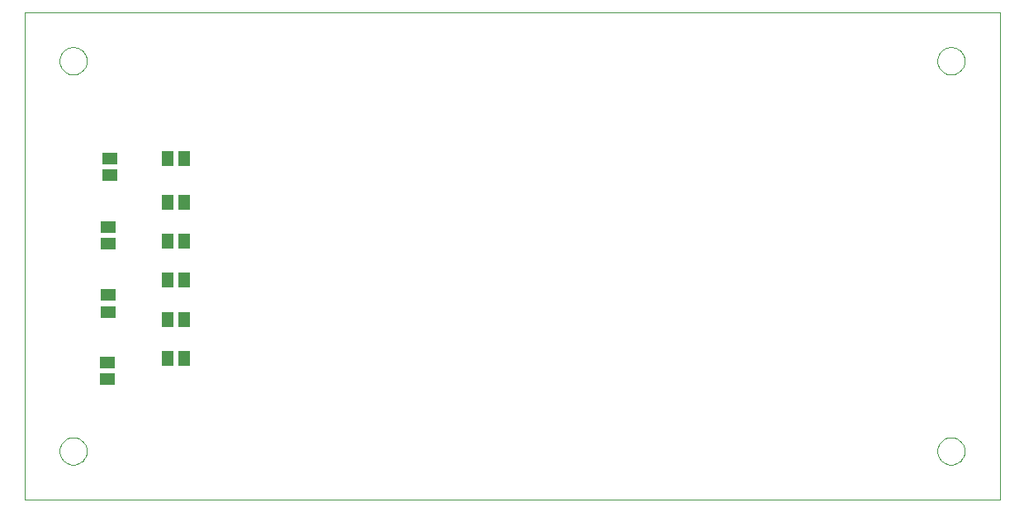
<source format=gtp>
G75*
%MOIN*%
%OFA0B0*%
%FSLAX24Y24*%
%IPPOS*%
%LPD*%
%AMOC8*
5,1,8,0,0,1.08239X$1,22.5*
%
%ADD10C,0.0000*%
%ADD11R,0.0591X0.0512*%
%ADD12R,0.0512X0.0591*%
D10*
X000544Y003496D02*
X000544Y023181D01*
X039914Y023181D01*
X039914Y003496D01*
X000544Y003496D01*
X001961Y005465D02*
X001963Y005512D01*
X001969Y005558D01*
X001979Y005604D01*
X001992Y005649D01*
X002010Y005692D01*
X002031Y005734D01*
X002055Y005774D01*
X002083Y005811D01*
X002114Y005846D01*
X002148Y005879D01*
X002184Y005908D01*
X002223Y005934D01*
X002264Y005957D01*
X002307Y005976D01*
X002351Y005992D01*
X002396Y006004D01*
X002442Y006012D01*
X002489Y006016D01*
X002535Y006016D01*
X002582Y006012D01*
X002628Y006004D01*
X002673Y005992D01*
X002717Y005976D01*
X002760Y005957D01*
X002801Y005934D01*
X002840Y005908D01*
X002876Y005879D01*
X002910Y005846D01*
X002941Y005811D01*
X002969Y005774D01*
X002993Y005734D01*
X003014Y005692D01*
X003032Y005649D01*
X003045Y005604D01*
X003055Y005558D01*
X003061Y005512D01*
X003063Y005465D01*
X003061Y005418D01*
X003055Y005372D01*
X003045Y005326D01*
X003032Y005281D01*
X003014Y005238D01*
X002993Y005196D01*
X002969Y005156D01*
X002941Y005119D01*
X002910Y005084D01*
X002876Y005051D01*
X002840Y005022D01*
X002801Y004996D01*
X002760Y004973D01*
X002717Y004954D01*
X002673Y004938D01*
X002628Y004926D01*
X002582Y004918D01*
X002535Y004914D01*
X002489Y004914D01*
X002442Y004918D01*
X002396Y004926D01*
X002351Y004938D01*
X002307Y004954D01*
X002264Y004973D01*
X002223Y004996D01*
X002184Y005022D01*
X002148Y005051D01*
X002114Y005084D01*
X002083Y005119D01*
X002055Y005156D01*
X002031Y005196D01*
X002010Y005238D01*
X001992Y005281D01*
X001979Y005326D01*
X001969Y005372D01*
X001963Y005418D01*
X001961Y005465D01*
X001961Y021213D02*
X001963Y021260D01*
X001969Y021306D01*
X001979Y021352D01*
X001992Y021397D01*
X002010Y021440D01*
X002031Y021482D01*
X002055Y021522D01*
X002083Y021559D01*
X002114Y021594D01*
X002148Y021627D01*
X002184Y021656D01*
X002223Y021682D01*
X002264Y021705D01*
X002307Y021724D01*
X002351Y021740D01*
X002396Y021752D01*
X002442Y021760D01*
X002489Y021764D01*
X002535Y021764D01*
X002582Y021760D01*
X002628Y021752D01*
X002673Y021740D01*
X002717Y021724D01*
X002760Y021705D01*
X002801Y021682D01*
X002840Y021656D01*
X002876Y021627D01*
X002910Y021594D01*
X002941Y021559D01*
X002969Y021522D01*
X002993Y021482D01*
X003014Y021440D01*
X003032Y021397D01*
X003045Y021352D01*
X003055Y021306D01*
X003061Y021260D01*
X003063Y021213D01*
X003061Y021166D01*
X003055Y021120D01*
X003045Y021074D01*
X003032Y021029D01*
X003014Y020986D01*
X002993Y020944D01*
X002969Y020904D01*
X002941Y020867D01*
X002910Y020832D01*
X002876Y020799D01*
X002840Y020770D01*
X002801Y020744D01*
X002760Y020721D01*
X002717Y020702D01*
X002673Y020686D01*
X002628Y020674D01*
X002582Y020666D01*
X002535Y020662D01*
X002489Y020662D01*
X002442Y020666D01*
X002396Y020674D01*
X002351Y020686D01*
X002307Y020702D01*
X002264Y020721D01*
X002223Y020744D01*
X002184Y020770D01*
X002148Y020799D01*
X002114Y020832D01*
X002083Y020867D01*
X002055Y020904D01*
X002031Y020944D01*
X002010Y020986D01*
X001992Y021029D01*
X001979Y021074D01*
X001969Y021120D01*
X001963Y021166D01*
X001961Y021213D01*
X037394Y021213D02*
X037396Y021260D01*
X037402Y021306D01*
X037412Y021352D01*
X037425Y021397D01*
X037443Y021440D01*
X037464Y021482D01*
X037488Y021522D01*
X037516Y021559D01*
X037547Y021594D01*
X037581Y021627D01*
X037617Y021656D01*
X037656Y021682D01*
X037697Y021705D01*
X037740Y021724D01*
X037784Y021740D01*
X037829Y021752D01*
X037875Y021760D01*
X037922Y021764D01*
X037968Y021764D01*
X038015Y021760D01*
X038061Y021752D01*
X038106Y021740D01*
X038150Y021724D01*
X038193Y021705D01*
X038234Y021682D01*
X038273Y021656D01*
X038309Y021627D01*
X038343Y021594D01*
X038374Y021559D01*
X038402Y021522D01*
X038426Y021482D01*
X038447Y021440D01*
X038465Y021397D01*
X038478Y021352D01*
X038488Y021306D01*
X038494Y021260D01*
X038496Y021213D01*
X038494Y021166D01*
X038488Y021120D01*
X038478Y021074D01*
X038465Y021029D01*
X038447Y020986D01*
X038426Y020944D01*
X038402Y020904D01*
X038374Y020867D01*
X038343Y020832D01*
X038309Y020799D01*
X038273Y020770D01*
X038234Y020744D01*
X038193Y020721D01*
X038150Y020702D01*
X038106Y020686D01*
X038061Y020674D01*
X038015Y020666D01*
X037968Y020662D01*
X037922Y020662D01*
X037875Y020666D01*
X037829Y020674D01*
X037784Y020686D01*
X037740Y020702D01*
X037697Y020721D01*
X037656Y020744D01*
X037617Y020770D01*
X037581Y020799D01*
X037547Y020832D01*
X037516Y020867D01*
X037488Y020904D01*
X037464Y020944D01*
X037443Y020986D01*
X037425Y021029D01*
X037412Y021074D01*
X037402Y021120D01*
X037396Y021166D01*
X037394Y021213D01*
X037394Y005465D02*
X037396Y005512D01*
X037402Y005558D01*
X037412Y005604D01*
X037425Y005649D01*
X037443Y005692D01*
X037464Y005734D01*
X037488Y005774D01*
X037516Y005811D01*
X037547Y005846D01*
X037581Y005879D01*
X037617Y005908D01*
X037656Y005934D01*
X037697Y005957D01*
X037740Y005976D01*
X037784Y005992D01*
X037829Y006004D01*
X037875Y006012D01*
X037922Y006016D01*
X037968Y006016D01*
X038015Y006012D01*
X038061Y006004D01*
X038106Y005992D01*
X038150Y005976D01*
X038193Y005957D01*
X038234Y005934D01*
X038273Y005908D01*
X038309Y005879D01*
X038343Y005846D01*
X038374Y005811D01*
X038402Y005774D01*
X038426Y005734D01*
X038447Y005692D01*
X038465Y005649D01*
X038478Y005604D01*
X038488Y005558D01*
X038494Y005512D01*
X038496Y005465D01*
X038494Y005418D01*
X038488Y005372D01*
X038478Y005326D01*
X038465Y005281D01*
X038447Y005238D01*
X038426Y005196D01*
X038402Y005156D01*
X038374Y005119D01*
X038343Y005084D01*
X038309Y005051D01*
X038273Y005022D01*
X038234Y004996D01*
X038193Y004973D01*
X038150Y004954D01*
X038106Y004938D01*
X038061Y004926D01*
X038015Y004918D01*
X037968Y004914D01*
X037922Y004914D01*
X037875Y004918D01*
X037829Y004926D01*
X037784Y004938D01*
X037740Y004954D01*
X037697Y004973D01*
X037656Y004996D01*
X037617Y005022D01*
X037581Y005051D01*
X037547Y005084D01*
X037516Y005119D01*
X037488Y005156D01*
X037464Y005196D01*
X037443Y005238D01*
X037425Y005281D01*
X037412Y005326D01*
X037402Y005372D01*
X037396Y005418D01*
X037394Y005465D01*
D11*
X003890Y008378D03*
X003890Y009048D03*
X003939Y011085D03*
X003939Y011754D03*
X003939Y013841D03*
X003939Y014510D03*
X003989Y016597D03*
X003989Y017266D03*
D12*
X006311Y017276D03*
X006981Y017276D03*
X006981Y015504D03*
X006311Y015504D03*
X006311Y013930D03*
X006981Y013930D03*
X006981Y012355D03*
X006311Y012355D03*
X006311Y010780D03*
X006981Y010780D03*
X006981Y009205D03*
X006311Y009205D03*
M02*

</source>
